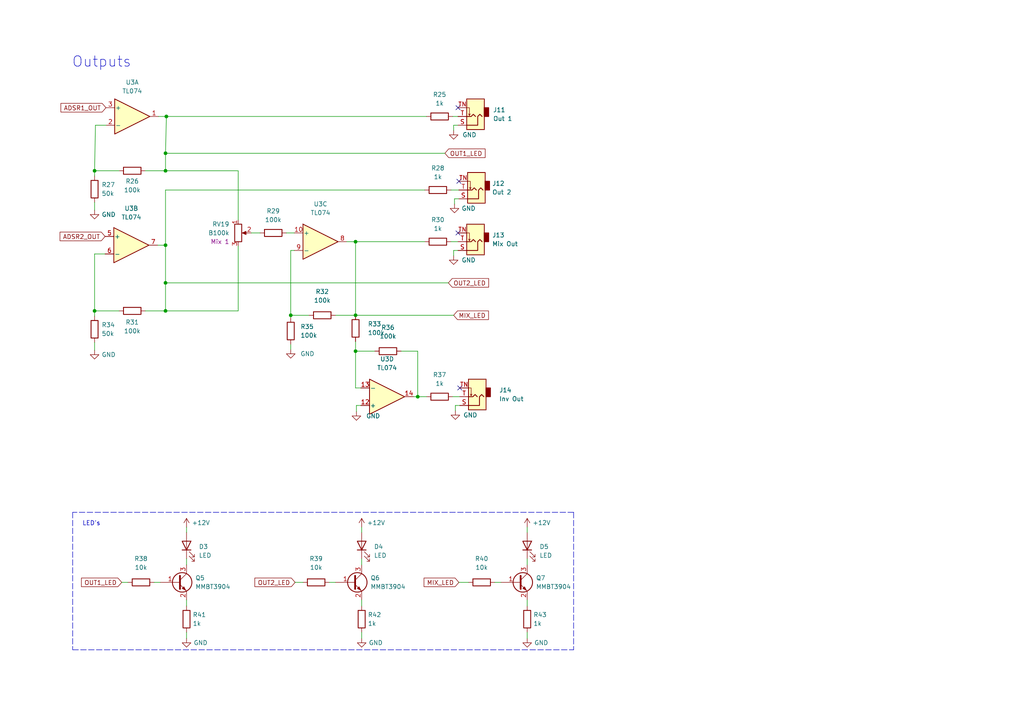
<source format=kicad_sch>
(kicad_sch (version 20211123) (generator eeschema)
  (paper "A4")
  (lib_symbols
    (symbol "Amplifier_Operational:TL074" (pin_names (offset 0.127))
      (property "Reference" "U" (at 0 5.08 0))
      (property "Value" "TL074" (at 0 -5.08 0))
      (symbol "TL074_1_1"
        (polyline (pts (xy -5.08 5.08) (xy 5.08 0) (xy -5.08 -5.08) (xy -5.08 5.08)) (stroke (width 0.254)) (fill (type background)))
        (pin output line (at 7.62 0 180) (length 2.54) (name "~") (number "1"))
        (pin input line (at -7.62 -2.54 0) (length 2.54) (name "-") (number "2"))
        (pin input line (at -7.62 2.54 0) (length 2.54) (name "+") (number "3"))
      )
      (symbol "TL074_2_1"
        (polyline (pts (xy -5.08 5.08) (xy 5.08 0) (xy -5.08 -5.08) (xy -5.08 5.08)) (stroke (width 0.254)) (fill (type background)))
        (pin input line (at -7.62 2.54 0) (length 2.54) (name "+") (number "5"))
        (pin input line (at -7.62 -2.54 0) (length 2.54) (name "-") (number "6"))
        (pin output line (at 7.62 0 180) (length 2.54) (name "~") (number "7"))
      )
      (symbol "TL074_3_1"
        (polyline (pts (xy -5.08 5.08) (xy 5.08 0) (xy -5.08 -5.08) (xy -5.08 5.08)) (stroke (width 0.254)) (fill (type background)))
        (pin input line (at -7.62 2.54 0) (length 2.54) (name "+") (number "10"))
        (pin output line (at 7.62 0 180) (length 2.54) (name "~") (number "8"))
        (pin input line (at -7.62 -2.54 0) (length 2.54) (name "-") (number "9"))
      )
      (symbol "TL074_4_1"
        (polyline (pts (xy -5.08 5.08) (xy 5.08 0) (xy -5.08 -5.08) (xy -5.08 5.08)) (stroke (width 0.254)) (fill (type background)))
        (pin input line (at -7.62 2.54 0) (length 2.54) (name "+") (number "12"))
        (pin input line (at -7.62 -2.54 0) (length 2.54) (name "-") (number "13"))
        (pin output line (at 7.62 0 180) (length 2.54) (name "~") (number "14"))
      )
      (symbol "TL074_5_1"
        (pin power_in line (at -2.54 -7.62 90) (length 3.81) (name "V-") (number "11"))
        (pin power_in line (at -2.54 7.62 270) (length 3.81) (name "V+") (number "4"))
      )
    )
    (symbol "Connector:AudioJack2_SwitchT"
      (property "Reference" "J" (at 0 8.89 0))
      (property "Value" "AudioJack2_SwitchT" (at 0 6.35 0))
      (symbol "AudioJack2_SwitchT_0_1"
        (rectangle (start -2.54 0) (end -3.81 -2.54) (stroke (width 0.254)) (fill (type outline)))
        (polyline (pts (xy 1.778 -0.254) (xy 2.032 -0.762)))
        (polyline (pts (xy 0 0) (xy 0.635 -0.635) (xy 1.27 0) (xy 2.54 0)) (stroke (width 0.254)))
        (polyline (pts (xy 2.54 -2.54) (xy 1.778 -2.54) (xy 1.778 -0.254) (xy 1.524 -0.762)))
        (polyline (pts (xy 2.54 2.54) (xy -0.635 2.54) (xy -0.635 0) (xy -1.27 -0.635) (xy -1.905 0)) (stroke (width 0.254)))
        (rectangle (start 2.54 3.81) (end -2.54 -5.08) (stroke (width 0.254)) (fill (type background)))
      )
      (symbol "AudioJack2_SwitchT_1_1"
        (pin passive line (at 5.08 2.54 180) (length 2.54) (name "~") (number "S"))
        (pin passive line (at 5.08 0 180) (length 2.54) (name "~") (number "T"))
        (pin passive line (at 5.08 -2.54 180) (length 2.54) (name "~") (number "TN"))
      )
    )
    (symbol "Device:LED" (pin_numbers hide) (pin_names (offset 1.016) hide)
      (property "Reference" "D" (at 0 2.54 0))
      (property "Value" "LED" (at 0 -2.54 0))
      (symbol "LED_0_1"
        (polyline (pts (xy -1.27 -1.27) (xy -1.27 1.27)) (stroke (width 0.254)))
        (polyline (pts (xy -1.27 0) (xy 1.27 0)))
        (polyline (pts (xy 1.27 -1.27) (xy 1.27 1.27) (xy -1.27 0) (xy 1.27 -1.27)) (stroke (width 0.254)))
        (polyline (pts (xy -3.048 -0.762) (xy -4.572 -2.286) (xy -3.81 -2.286) (xy -4.572 -2.286) (xy -4.572 -1.524)))
        (polyline (pts (xy -1.778 -0.762) (xy -3.302 -2.286) (xy -2.54 -2.286) (xy -3.302 -2.286) (xy -3.302 -1.524)))
      )
      (symbol "LED_1_1"
        (pin passive line (at -3.81 0 0) (length 2.54) (name "K") (number "1"))
        (pin passive line (at 3.81 0 180) (length 2.54) (name "A") (number "2"))
      )
    )
    (symbol "Device:R" (pin_numbers hide) (pin_names (offset 0))
      (property "Reference" "R" (at 2.032 0 90))
      (property "Value" "R" (at 0 0 90))
      (symbol "R_0_1"
        (rectangle (start -1.016 -2.54) (end 1.016 2.54) (stroke (width 0.254)))
      )
      (symbol "R_1_1"
        (pin passive line (at 0 3.81 270) (length 1.27) (name "~") (number "1"))
        (pin passive line (at 0 -3.81 90) (length 1.27) (name "~") (number "2"))
      )
    )
    (symbol "Device:R_Potentiometer" (pin_names (offset 1.016) hide)
      (property "Reference" "RV" (at -4.445 0 90))
      (property "Value" "R_Potentiometer" (at -2.54 0 90))
      (symbol "R_Potentiometer_0_1"
        (polyline (pts (xy 2.54 0) (xy 1.524 0)))
        (polyline (pts (xy 1.143 0) (xy 2.286 0.508) (xy 2.286 -0.508) (xy 1.143 0)) (fill (type outline)))
        (rectangle (start 1.016 2.54) (end -1.016 -2.54) (stroke (width 0.254)))
      )
      (symbol "R_Potentiometer_1_1"
        (pin passive line (at 0 3.81 270) (length 1.27) (name "1") (number "1"))
        (pin passive line (at 3.81 0 180) (length 1.27) (name "2") (number "2"))
        (pin passive line (at 0 -3.81 90) (length 1.27) (name "3") (number "3"))
      )
    )
    (symbol "Transistor_BJT:MMBT3904" (pin_names (offset 0) hide)
      (property "Reference" "Q" (at 5.08 1.905 0))
      (property "Value" "MMBT3904" (at 5.08 0 0))
      (symbol "MMBT3904_0_1"
        (polyline (pts (xy 0.635 0.635) (xy 2.54 2.54)))
        (polyline (pts (xy 0.635 -0.635) (xy 2.54 -2.54) (xy 2.54 -2.54)))
        (polyline (pts (xy 0.635 1.905) (xy 0.635 -1.905) (xy 0.635 -1.905)) (stroke (width 0.508)))
        (polyline (pts (xy 1.27 -1.778) (xy 1.778 -1.27) (xy 2.286 -2.286) (xy 1.27 -1.778) (xy 1.27 -1.778)) (fill (type outline)))
        (circle (center 1.27 0) (radius 2.8194) (stroke (width 0.254)))
      )
      (symbol "MMBT3904_1_1"
        (pin input line (at -5.08 0 0) (length 5.715) (name "B") (number "1"))
        (pin passive line (at 2.54 -5.08 90) (length 2.54) (name "E") (number "2"))
        (pin passive line (at 2.54 5.08 270) (length 2.54) (name "C") (number "3"))
      )
    )
    (symbol "power:+12V" (power) (pin_names (offset 0))
      (property "Value" "+12V" (at 0 3.556 0))
      (symbol "+12V_0_1"
        (polyline (pts (xy -0.762 1.27) (xy 0 2.54)))
        (polyline (pts (xy 0 0) (xy 0 2.54)))
        (polyline (pts (xy 0 2.54) (xy 0.762 1.27)))
      )
      (symbol "+12V_1_1"
        (pin power_in line (at 0 0 90) (length 0) hide (name "+12V") (number "1"))
      )
    )
    (symbol "power:GND" (power) (pin_names (offset 0))
      (property "Value" "GND" (at 0 -3.81 0))
      (symbol "GND_0_1"
        (polyline (pts (xy 0 0) (xy 0 -1.27) (xy 1.27 -1.27) (xy 0 -2.54) (xy -1.27 -1.27) (xy 0 -1.27)))
      )
      (symbol "GND_1_1"
        (pin power_in line (at 0 0 270) (length 0) hide (name "GND") (number "1"))
      )
    )
  )
  (junction (at 48.26 33.782))
  (junction (at 27.432 90.17))
  (junction (at 103.124 91.44))
  (junction (at 48.006 82.042))
  (junction (at 27.432 49.53))
  (junction (at 48.006 49.53))
  (junction (at 48.006 71.12))
  (junction (at 84.328 91.44))
  (junction (at 103.124 70.104))
  (junction (at 48.006 44.45))
  (junction (at 121.158 115.062))
  (junction (at 48.006 90.17))
  (junction (at 103.124 101.854))
  (no_connect (at 132.842 67.564))
  (no_connect (at 133.096 52.578))
  (no_connect (at 132.842 31.242))
  (no_connect (at 133.35 112.522))
  (wire (pts (xy 30.734 36.322) (xy 27.686 36.322)))
  (wire (pts (xy 152.908 162.052) (xy 152.908 163.83)))
  (wire (pts (xy 27.686 36.322) (xy 27.432 49.53)))
  (wire (pts (xy 48.006 44.45) (xy 48.006 49.53)))
  (wire (pts (xy 85.598 168.91) (xy 87.884 168.91)))
  (wire (pts (xy 48.006 55.118) (xy 48.006 71.12)))
  (wire (pts (xy 72.898 67.564) (xy 75.438 67.564)))
  (wire (pts (xy 104.902 173.99) (xy 104.902 175.768)))
  (wire (pts (xy 84.328 99.822) (xy 84.328 101.346)))
  (wire (pts (xy 44.704 168.91) (xy 46.482 168.91)))
  (wire (pts (xy 84.328 72.644) (xy 84.328 91.44)))
  (polyline (pts (xy 21.082 188.468) (xy 166.37 188.468)))
  (wire (pts (xy 48.006 82.042) (xy 130.048 82.042)))
  (wire (pts (xy 132.08 119.126) (xy 132.08 117.602)))
  (wire (pts (xy 48.006 44.45) (xy 129.032 44.45)))
  (wire (pts (xy 130.81 55.118) (xy 133.096 55.118)))
  (wire (pts (xy 48.006 49.53) (xy 42.164 49.53)))
  (wire (pts (xy 104.902 152.908) (xy 104.902 154.432)))
  (wire (pts (xy 30.48 73.66) (xy 27.432 73.66)))
  (wire (pts (xy 119.888 115.062) (xy 121.158 115.062)))
  (wire (pts (xy 84.328 72.644) (xy 85.344 72.644)))
  (wire (pts (xy 27.432 49.53) (xy 34.544 49.53)))
  (wire (pts (xy 103.124 112.522) (xy 104.648 112.522)))
  (wire (pts (xy 84.328 91.44) (xy 84.328 92.202)))
  (wire (pts (xy 54.102 183.388) (xy 54.102 185.166)))
  (wire (pts (xy 27.432 73.66) (xy 27.432 90.17)))
  (wire (pts (xy 104.902 183.388) (xy 104.902 185.166)))
  (wire (pts (xy 83.058 67.564) (xy 85.344 67.564)))
  (wire (pts (xy 48.006 82.042) (xy 48.006 90.17)))
  (wire (pts (xy 103.124 101.854) (xy 103.124 99.06)))
  (wire (pts (xy 131.318 115.062) (xy 133.35 115.062)))
  (polyline (pts (xy 166.37 148.59) (xy 21.082 148.59)))
  (wire (pts (xy 103.124 101.854) (xy 103.124 112.522)))
  (wire (pts (xy 103.124 70.104) (xy 103.124 91.44)))
  (wire (pts (xy 132.08 117.602) (xy 133.35 117.602)))
  (wire (pts (xy 95.504 168.91) (xy 97.282 168.91)))
  (wire (pts (xy 121.158 115.062) (xy 123.698 115.062)))
  (wire (pts (xy 103.378 117.602) (xy 104.648 117.602)))
  (wire (pts (xy 69.088 71.374) (xy 69.088 90.17)))
  (wire (pts (xy 123.698 33.782) (xy 48.26 33.782)))
  (polyline (pts (xy 21.082 148.59) (xy 21.082 188.468)))
  (wire (pts (xy 103.124 91.44) (xy 131.572 91.44)))
  (wire (pts (xy 100.584 70.104) (xy 103.124 70.104)))
  (wire (pts (xy 131.318 33.782) (xy 132.842 33.782)))
  (wire (pts (xy 121.158 115.062) (xy 121.158 101.854)))
  (wire (pts (xy 123.19 55.118) (xy 48.006 55.118)))
  (wire (pts (xy 45.72 71.12) (xy 48.006 71.12)))
  (wire (pts (xy 131.572 74.168) (xy 131.572 72.644)))
  (wire (pts (xy 108.712 101.854) (xy 103.124 101.854)))
  (wire (pts (xy 152.908 173.99) (xy 152.908 175.768)))
  (wire (pts (xy 69.088 63.754) (xy 69.088 49.53)))
  (wire (pts (xy 54.102 173.99) (xy 54.102 175.768)))
  (wire (pts (xy 69.088 90.17) (xy 48.006 90.17)))
  (wire (pts (xy 48.006 71.12) (xy 48.006 82.042)))
  (wire (pts (xy 48.26 33.782) (xy 48.006 44.45)))
  (wire (pts (xy 103.378 119.38) (xy 103.378 117.602)))
  (wire (pts (xy 35.306 168.91) (xy 37.084 168.91)))
  (wire (pts (xy 48.006 90.17) (xy 42.164 90.17)))
  (wire (pts (xy 27.432 58.674) (xy 27.432 60.96)))
  (wire (pts (xy 143.51 168.91) (xy 145.288 168.91)))
  (wire (pts (xy 69.088 49.53) (xy 48.006 49.53)))
  (wire (pts (xy 133.096 168.91) (xy 135.89 168.91)))
  (wire (pts (xy 131.826 57.658) (xy 133.096 57.658)))
  (wire (pts (xy 89.662 91.44) (xy 84.328 91.44)))
  (wire (pts (xy 104.902 162.052) (xy 104.902 163.83)))
  (wire (pts (xy 131.572 37.846) (xy 131.572 36.322)))
  (polyline (pts (xy 166.37 148.59) (xy 166.37 188.468)))
  (wire (pts (xy 130.81 70.104) (xy 132.842 70.104)))
  (wire (pts (xy 45.974 33.782) (xy 48.26 33.782)))
  (wire (pts (xy 131.572 72.644) (xy 132.842 72.644)))
  (wire (pts (xy 27.432 90.17) (xy 34.544 90.17)))
  (wire (pts (xy 152.908 152.908) (xy 152.908 154.432)))
  (wire (pts (xy 54.102 162.052) (xy 54.102 163.83)))
  (wire (pts (xy 131.572 36.322) (xy 132.842 36.322)))
  (wire (pts (xy 103.124 70.104) (xy 123.19 70.104)))
  (wire (pts (xy 27.432 90.17) (xy 27.432 91.694)))
  (wire (pts (xy 121.158 101.854) (xy 116.332 101.854)))
  (wire (pts (xy 27.432 99.314) (xy 27.432 101.6)))
  (wire (pts (xy 27.432 49.53) (xy 27.432 51.054)))
  (wire (pts (xy 131.826 59.182) (xy 131.826 57.658)))
  (wire (pts (xy 152.908 183.388) (xy 152.908 185.166)))
  (wire (pts (xy 97.282 91.44) (xy 103.124 91.44)))
  (wire (pts (xy 54.102 152.908) (xy 54.102 154.432)))
  (text "Outputs" (at 20.828 19.812 0) (effects (font (size 3 3)) (justify left bottom)))
  (text "LED's" (at 23.876 152.654 0) (effects (font (size 1.27 1.27)) (justify left bottom)))
  (global_label "OUT1_LED" (shape input) (at 129.032 44.45 0) (property "Intersheet References" "${INTERSHEET_REFS}" (effects hide)))
  (global_label "OUT2_LED" (shape input) (at 130.048 82.042 0) (property "Intersheet References" "${INTERSHEET_REFS}" (effects hide)))
  (global_label "ADSR2_OUT" (shape input) (at 30.48 68.58 180) (property "Intersheet References" "${INTERSHEET_REFS}" (effects hide)))
  (global_label "MIX_LED" (shape input) (at 131.572 91.44 0) (property "Intersheet References" "${INTERSHEET_REFS}" (effects hide)))
  (global_label "ADSR1_OUT" (shape input) (at 30.734 31.242 180) (property "Intersheet References" "${INTERSHEET_REFS}" (effects hide)))
  (global_label "OUT2_LED" (shape input) (at 85.598 168.91 180) (property "Intersheet References" "${INTERSHEET_REFS}" (effects hide)))
  (global_label "OUT1_LED" (shape input) (at 35.306 168.91 180) (property "Intersheet References" "${INTERSHEET_REFS}" (effects hide)))
  (global_label "MIX_LED" (shape input) (at 133.096 168.91 180) (property "Intersheet References" "${INTERSHEET_REFS}" (effects hide)))
  (symbol (lib_id "Device:R") (at 84.328 96.012 180) (unit 1)
    (property "Reference" "R35" (at 87.122 94.7419 0) (effects (justify right)))
    (property "Value" "100k" (at 87.122 97.2819 0) (effects (justify right)))
    (property "Footprint" "Resistor_SMD:R_0805_2012Metric" (effects hide))
  )
  (symbol (lib_id "Device:R") (at 27.432 54.864 180) (unit 1)
    (property "Reference" "R27" (at 29.464 53.5939 0) (effects (justify right)))
    (property "Value" "50k" (at 29.464 56.1339 0) (effects (justify right)))
    (property "Footprint" "Resistor_SMD:R_0805_2012Metric" (effects hide))
  )
  (symbol (lib_id "Device:R") (at 127.508 115.062 90) (unit 1)
    (property "Reference" "R37" (at 127.508 108.712 90))
    (property "Value" "1k" (at 127.508 111.252 90))
    (property "Footprint" "Resistor_SMD:R_0805_2012Metric" (effects hide))
  )
  (symbol (lib_id "Device:R") (at 79.248 67.564 90) (unit 1)
    (property "Reference" "R29" (at 79.248 61.214 90))
    (property "Value" "100k" (at 79.248 63.754 90))
    (property "Footprint" "Resistor_SMD:R_0805_2012Metric" (effects hide))
  )
  (symbol (lib_id "Device:LED") (at 104.902 158.242 90) (unit 1)
    (property "Reference" "D4" (at 108.458 158.5594 90) (effects (justify right)))
    (property "Value" "LED" (at 108.458 161.0994 90) (effects (justify right)))
    (property "Footprint" "LED_THT:LED_D5.0mm" (effects hide))
  )
  (symbol (lib_id "Device:R") (at 139.7 168.91 270) (unit 1)
    (property "Reference" "R40" (at 139.7 162.052 90))
    (property "Value" "10k" (at 139.7 164.592 90))
    (property "Footprint" "Resistor_SMD:R_0805_2012Metric" (effects hide))
  )
  (symbol (lib_id "power:GND") (at 27.432 60.96 0) (unit 1)
    (property "Reference" "#PWR069" (effects hide))
    (property "Value" "GND" (at 29.464 62.2299 0) (effects (justify left)))
  )
  (symbol (lib_id "Connector:AudioJack2_SwitchT") (at 137.922 70.104 180) (unit 1)
    (property "Reference" "J13" (at 142.748 68.1989 0) (effects (justify right)))
    (property "Value" "Mix Out" (at 142.748 70.7389 0) (effects (justify right)))
    (property "Footprint" "Connector_Audio:Jack_3.5mm_QingPu_WQP-PJ398SM_Vertical_CircularHoles" (effects hide))
  )
  (symbol (lib_id "Device:LED") (at 152.908 158.242 90) (unit 1)
    (property "Reference" "D5" (at 156.464 158.5594 90) (effects (justify right)))
    (property "Value" "LED" (at 156.464 161.0994 90) (effects (justify right)))
    (property "Footprint" "LED_THT:LED_D5.0mm" (effects hide))
  )
  (symbol (lib_id "Device:R") (at 127 55.118 90) (unit 1)
    (property "Reference" "R28" (at 127 48.768 90))
    (property "Value" "1k" (at 127 51.308 90))
    (property "Footprint" "Resistor_SMD:R_0805_2012Metric" (effects hide))
  )
  (symbol (lib_id "power:GND") (at 104.902 185.166 0) (unit 1)
    (property "Reference" "#PWR079" (effects hide))
    (property "Value" "GND" (at 106.934 186.4359 0) (effects (justify left)))
  )
  (symbol (lib_id "Device:R") (at 112.522 101.854 90) (unit 1)
    (property "Reference" "R36" (at 112.522 94.996 90))
    (property "Value" "100k" (at 112.522 97.536 90))
    (property "Footprint" "Resistor_SMD:R_0805_2012Metric" (effects hide))
  )
  (symbol (lib_id "power:GND") (at 131.826 59.182 0) (unit 1)
    (property "Reference" "#PWR068" (effects hide))
    (property "Value" "GND" (at 133.858 60.4519 0) (effects (justify left)))
  )
  (symbol (lib_id "power:GND") (at 103.378 119.38 0) (unit 1)
    (property "Reference" "#PWR074" (effects hide))
    (property "Value" "GND" (at 106.172 120.6499 0) (effects (justify left)))
  )
  (symbol (lib_id "power:GND") (at 131.572 74.168 0) (unit 1)
    (property "Reference" "#PWR070" (effects hide))
    (property "Value" "GND" (at 133.858 75.4379 0) (effects (justify left)))
  )
  (symbol (lib_id "Device:R") (at 27.432 95.504 180) (unit 1)
    (property "Reference" "R34" (at 29.464 94.2339 0) (effects (justify right)))
    (property "Value" "50k" (at 29.464 96.7739 0) (effects (justify right)))
    (property "Footprint" "Resistor_SMD:R_0805_2012Metric" (effects hide))
  )
  (symbol (lib_id "Device:R") (at 127.508 33.782 90) (unit 1)
    (property "Reference" "R25" (at 127.508 27.432 90))
    (property "Value" "1k" (at 127.508 29.972 90))
    (property "Footprint" "Resistor_SMD:R_0805_2012Metric" (effects hide))
  )
  (symbol (lib_id "Transistor_BJT:MMBT3904") (at 150.368 168.91 0) (unit 1)
    (property "Reference" "Q7" (at 155.448 167.6399 0) (effects (justify left)))
    (property "Value" "MMBT3904" (at 155.448 170.1799 0) (effects (justify left)))
    (property "Footprint" "Package_TO_SOT_SMD:SOT-23" (effects hide))
    (property "Datasheet" "https://www.onsemi.com/pub/Collateral/2N3903-D.PDF" (effects hide))
  )
  (symbol (lib_id "power:+12V") (at 152.908 152.908 0) (unit 1)
    (property "Reference" "#PWR077" (effects hide))
    (property "Value" "+12V" (at 154.432 151.6379 0) (effects (justify left)))
  )
  (symbol (lib_id "power:+12V") (at 104.902 152.908 0) (unit 1)
    (property "Reference" "#PWR076" (effects hide))
    (property "Value" "+12V" (at 106.426 151.6379 0) (effects (justify left)))
  )
  (symbol (lib_id "Amplifier_Operational:TL074") (at 112.268 115.062 0) (mirror x) (unit 4)
    (property "Reference" "U3" (at 112.268 104.14 0))
    (property "Value" "TL074" (at 112.268 106.68 0))
    (property "Footprint" "Package_SO:SOIC-14_3.9x8.7mm_P1.27mm" (effects hide))
    (property "Datasheet" "http://www.ti.com/lit/ds/symlink/tl071.pdf" (effects hide))
  )
  (symbol (lib_id "power:GND") (at 27.432 101.6 0) (unit 1)
    (property "Reference" "#PWR072" (effects hide))
    (property "Value" "GND" (at 29.464 102.8699 0) (effects (justify left)))
  )
  (symbol (lib_id "Device:R") (at 104.902 179.578 0) (unit 1)
    (property "Reference" "R42" (at 106.68 178.3079 0) (effects (justify left)))
    (property "Value" "1k" (at 106.68 180.8479 0) (effects (justify left)))
    (property "Footprint" "Resistor_SMD:R_0805_2012Metric" (effects hide))
  )
  (symbol (lib_id "Device:R") (at 40.894 168.91 270) (unit 1)
    (property "Reference" "R38" (at 40.894 162.052 90))
    (property "Value" "10k" (at 40.894 164.592 90))
    (property "Footprint" "Resistor_SMD:R_0805_2012Metric" (effects hide))
  )
  (symbol (lib_id "Device:R") (at 103.124 95.25 0) (unit 1)
    (property "Reference" "R33" (at 106.68 93.9799 0) (effects (justify left)))
    (property "Value" "100k" (at 106.68 96.5199 0) (effects (justify left)))
    (property "Footprint" "Resistor_SMD:R_0805_2012Metric" (effects hide))
  )
  (symbol (lib_id "Device:R") (at 38.354 49.53 90) (unit 1)
    (property "Reference" "R26" (at 38.354 52.578 90))
    (property "Value" "100k" (at 38.354 55.118 90))
    (property "Footprint" "Resistor_SMD:R_0805_2012Metric" (effects hide))
  )
  (symbol (lib_id "Transistor_BJT:MMBT3904") (at 51.562 168.91 0) (unit 1)
    (property "Reference" "Q5" (at 56.642 167.6399 0) (effects (justify left)))
    (property "Value" "MMBT3904" (at 56.642 170.1799 0) (effects (justify left)))
    (property "Footprint" "Package_TO_SOT_SMD:SOT-23" (effects hide))
    (property "Datasheet" "https://www.onsemi.com/pub/Collateral/2N3903-D.PDF" (effects hide))
  )
  (symbol (lib_id "Device:R") (at 91.694 168.91 270) (unit 1)
    (property "Reference" "R39" (at 91.694 162.052 90))
    (property "Value" "10k" (at 91.694 164.592 90))
    (property "Footprint" "Resistor_SMD:R_0805_2012Metric" (effects hide))
  )
  (symbol (lib_id "power:GND") (at 84.328 101.346 0) (unit 1)
    (property "Reference" "#PWR071" (effects hide))
    (property "Value" "GND" (at 87.122 102.6159 0) (effects (justify left)))
  )
  (symbol (lib_id "Device:R") (at 152.908 179.578 0) (unit 1)
    (property "Reference" "R43" (at 154.686 178.3079 0) (effects (justify left)))
    (property "Value" "1k" (at 154.686 180.8479 0) (effects (justify left)))
    (property "Footprint" "Resistor_SMD:R_0805_2012Metric" (effects hide))
  )
  (symbol (lib_id "Transistor_BJT:MMBT3904") (at 102.362 168.91 0) (unit 1)
    (property "Reference" "Q6" (at 107.442 167.6399 0) (effects (justify left)))
    (property "Value" "MMBT3904" (at 107.442 170.1799 0) (effects (justify left)))
    (property "Footprint" "Package_TO_SOT_SMD:SOT-23" (effects hide))
    (property "Datasheet" "https://www.onsemi.com/pub/Collateral/2N3903-D.PDF" (effects hide))
  )
  (symbol (lib_id "Amplifier_Operational:TL074") (at 38.354 33.782 0) (unit 1)
    (property "Reference" "U3" (at 38.354 23.876 0))
    (property "Value" "TL074" (at 38.354 26.416 0))
    (property "Footprint" "Package_SO:SOIC-14_3.9x8.7mm_P1.27mm" (effects hide))
    (property "Datasheet" "http://www.ti.com/lit/ds/symlink/tl071.pdf" (effects hide))
  )
  (symbol (lib_id "Amplifier_Operational:TL074") (at 38.1 71.12 0) (unit 2)
    (property "Reference" "U3" (at 38.1 60.452 0))
    (property "Value" "TL074" (at 38.1 62.992 0))
    (property "Footprint" "Package_SO:SOIC-14_3.9x8.7mm_P1.27mm" (effects hide))
    (property "Datasheet" "http://www.ti.com/lit/ds/symlink/tl071.pdf" (effects hide))
  )
  (symbol (lib_id "power:GND") (at 131.572 37.846 0) (unit 1)
    (property "Reference" "#PWR067" (effects hide))
    (property "Value" "GND" (at 134.112 39.1159 0) (effects (justify left)))
  )
  (symbol (lib_id "Device:R") (at 54.102 179.578 0) (unit 1)
    (property "Reference" "R41" (at 55.88 178.3079 0) (effects (justify left)))
    (property "Value" "1k" (at 55.88 180.8479 0) (effects (justify left)))
    (property "Footprint" "Resistor_SMD:R_0805_2012Metric" (effects hide))
  )
  (symbol (lib_id "Connector:AudioJack2_SwitchT") (at 138.176 55.118 180) (unit 1)
    (property "Reference" "J12" (at 142.748 53.2129 0) (effects (justify right)))
    (property "Value" "Out 2" (at 142.748 55.7529 0) (effects (justify right)))
    (property "Footprint" "Connector_Audio:Jack_3.5mm_QingPu_WQP-PJ398SM_Vertical_CircularHoles" (effects hide))
  )
  (symbol (lib_id "power:GND") (at 54.102 185.166 0) (unit 1)
    (property "Reference" "#PWR078" (effects hide))
    (property "Value" "GND" (at 56.134 186.4359 0) (effects (justify left)))
  )
  (symbol (lib_id "Device:R") (at 38.354 90.17 90) (unit 1)
    (property "Reference" "R31" (at 38.354 93.472 90))
    (property "Value" "100k" (at 38.354 96.012 90))
    (property "Footprint" "Resistor_SMD:R_0805_2012Metric" (effects hide))
  )
  (symbol (lib_id "power:GND") (at 132.08 119.126 0) (unit 1)
    (property "Reference" "#PWR073" (effects hide))
    (property "Value" "GND" (at 134.366 120.3959 0) (effects (justify left)))
  )
  (symbol (lib_id "Device:R") (at 127 70.104 90) (unit 1)
    (property "Reference" "R30" (at 127 63.754 90))
    (property "Value" "1k" (at 127 66.294 90))
    (property "Footprint" "Resistor_SMD:R_0805_2012Metric" (effects hide))
  )
  (symbol (lib_id "Amplifier_Operational:TL074") (at 92.964 70.104 0) (unit 3)
    (property "Reference" "U3" (at 92.964 59.182 0))
    (property "Value" "TL074" (at 92.964 61.722 0))
    (property "Footprint" "Package_SO:SOIC-14_3.9x8.7mm_P1.27mm" (effects hide))
    (property "Datasheet" "http://www.ti.com/lit/ds/symlink/tl071.pdf" (effects hide))
  )
  (symbol (lib_id "Device:R_Potentiometer") (at 69.088 67.564 0) (unit 1)
    (property "Reference" "RV19" (at 66.548 65.0239 0) (effects (justify right)))
    (property "Value" "B100k" (at 66.548 67.5639 0) (effects (justify right)))
    (property "Footprint" "Potentiometer_THT:Potentiometer_Alpha_RD901F-40-00D_Single_Vertical" (effects hide))
    (property "Label" "Mix 1" (at 66.548 70.1039 0) (effects (justify right)))
  )
  (symbol (lib_id "Device:R") (at 93.472 91.44 90) (unit 1)
    (property "Reference" "R32" (at 93.472 84.582 90))
    (property "Value" "100k" (at 93.472 87.122 90))
    (property "Footprint" "Resistor_SMD:R_0805_2012Metric" (effects hide))
  )
  (symbol (lib_id "power:GND") (at 152.908 185.166 0) (unit 1)
    (property "Reference" "#PWR080" (effects hide))
    (property "Value" "GND" (at 154.94 186.4359 0) (effects (justify left)))
  )
  (symbol (lib_id "Connector:AudioJack2_SwitchT") (at 138.43 115.062 180) (unit 1)
    (property "Reference" "J14" (at 144.78 113.1569 0) (effects (justify right)))
    (property "Value" "Inv Out" (at 144.78 115.6969 0) (effects (justify right)))
    (property "Footprint" "Connector_Audio:Jack_3.5mm_QingPu_WQP-PJ398SM_Vertical_CircularHoles" (effects hide))
  )
  (symbol (lib_id "power:+12V") (at 54.102 152.908 0) (unit 1)
    (property "Reference" "#PWR075" (effects hide))
    (property "Value" "+12V" (at 55.626 151.6379 0) (effects (justify left)))
  )
  (symbol (lib_id "Device:LED") (at 54.102 158.242 90) (unit 1)
    (property "Reference" "D3" (at 57.658 158.5594 90) (effects (justify right)))
    (property "Value" "LED" (at 57.658 161.0994 90) (effects (justify right)))
    (property "Footprint" "LED_THT:LED_D5.0mm" (effects hide))
  )
  (symbol (lib_id "Connector:AudioJack2_SwitchT") (at 137.922 33.782 180) (unit 1)
    (property "Reference" "J11" (at 143.002 31.8769 0) (effects (justify right)))
    (property "Value" "Out 1" (at 143.002 34.4169 0) (effects (justify right)))
    (property "Footprint" "Connector_Audio:Jack_3.5mm_QingPu_WQP-PJ398SM_Vertical_CircularHoles" (effects hide))
  )
)
</source>
